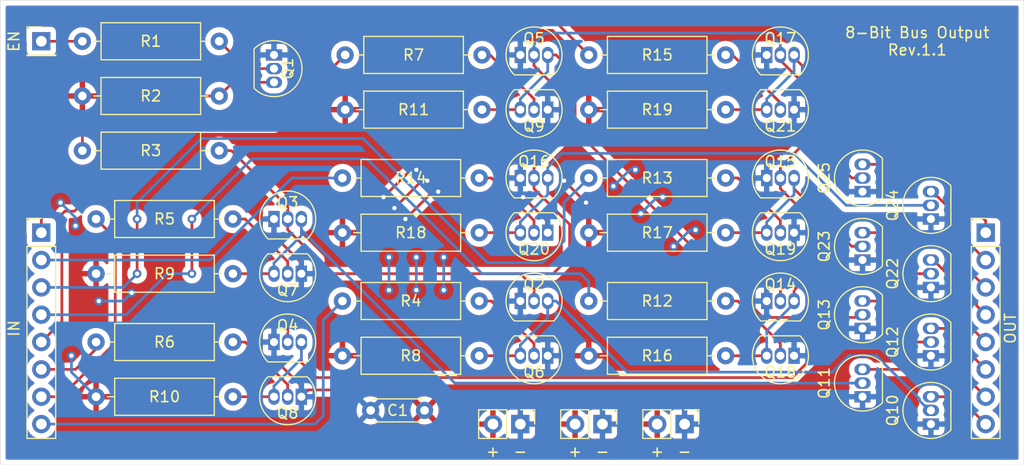
<source format=kicad_pcb>
(kicad_pcb (version 20221018) (generator pcbnew)
  (layers (0 "F.Cu" signal) (31 "B.Cu" signal) (34 "B.Paste" user) (35 "F.Paste" user) (36 "B.SilkS" user "B.Silkscreen") (37 "F.SilkS" user "F.Silkscreen") (38 "B.Mask" user) (39 "F.Mask" user) (44 "Edge.Cuts" user))
  (net 0 "")
  (net 1 "VCC")
  (net 2 "GND")
  (net 3 "Net-(J1-Pin_1)")
  (net 4 "Net-(J2-Pin_1)")
  (net 5 "Net-(J2-Pin_2)")
  (net 6 "Net-(J2-Pin_3)")
  (net 7 "Net-(J2-Pin_4)")
  (net 8 "Net-(J2-Pin_5)")
  (net 9 "Net-(J2-Pin_6)")
  (net 10 "Net-(J2-Pin_7)")
  (net 11 "Net-(J2-Pin_8)")
  (net 12 "Net-(J3-Pin_1)")
  (net 13 "Net-(J3-Pin_2)")
  (net 14 "Net-(J3-Pin_3)")
  (net 15 "Net-(J3-Pin_4)")
  (net 16 "Net-(J3-Pin_5)")
  (net 17 "Net-(J3-Pin_6)")
  (net 18 "Net-(J3-Pin_7)")
  (net 19 "Net-(J3-Pin_8)")
  (net 20 "Net-(Q1-B)")
  (net 21 "Net-(Q1-C)")
  (net 22 "Net-(Q14-B)")
  (net 23 "Net-(Q10-B)")
  (net 24 "Net-(Q11-B)")
  (net 25 "Net-(Q12-B)")
  (net 26 "Net-(Q13-B)")
  (net 27 "Net-(Q6-B)")
  (net 28 "Net-(Q7-B)")
  (net 29 "Net-(Q8-B)")
  (net 30 "Net-(Q9-B)")
  (net 31 "Net-(Q14-C)")
  (net 32 "Net-(Q15-C)")
  (net 33 "Net-(Q16-C)")
  (net 34 "Net-(Q17-C)")
  (net 35 "Net-(Q18-B)")
  (net 36 "Net-(Q19-B)")
  (net 37 "Net-(Q20-B)")
  (net 38 "Net-(Q21-B)")
  (footprint "Connector_PinHeader_2.54mm:PinHeader_1x01_P2.54mm_Vertical" (layer "F.Cu") (at 52.07 26.67)
    (fp_text reference "J1" hide)
    (fp_text value "EN")
  )
  (footprint "Connector_PinHeader_2.54mm:PinHeader_1x08_P2.54mm_Vertical" (layer "F.Cu") (at 52.07 44.45)
    (fp_text reference "J2" hide)
    (fp_text value "IN")
  )
  (footprint "Connector_PinHeader_2.54mm:PinHeader_1x02_P2.54mm_Vertical" (layer "F.Cu") (at 104.14 62.23 -90)
    (fp_text reference "J5" hide)
    (fp_text value "Power")
  )
  (footprint "Package_TO_SOT_THT:TO-92_Inline" (layer "F.Cu") (at 73.66 27.94 -90)
    (fp_text reference "Q1")
    (fp_text value "2N2222")
  )
  (footprint "Package_TO_SOT_THT:TO-92_Inline" (layer "F.Cu") (at 96.52 50.8)
    (fp_text reference "Q2")
    (fp_text value "2N2222")
  )
  (footprint "Package_TO_SOT_THT:TO-92_Inline" (layer "F.Cu") (at 73.66 43.18)
    (fp_text reference "Q3")
    (fp_text value "2N2222")
  )
  (footprint "Package_TO_SOT_THT:TO-92_Inline" (layer "F.Cu") (at 73.66 54.61)
    (fp_text reference "Q4")
    (fp_text value "2N2222")
  )
  (footprint "Package_TO_SOT_THT:TO-92_Inline" (layer "F.Cu") (at 96.52 27.94)
    (fp_text reference "Q5")
    (fp_text value "2N2222")
  )
  (footprint "Package_TO_SOT_THT:TO-92_Inline" (layer "F.Cu") (at 99.06 55.88 180)
    (fp_text reference "Q6")
    (fp_text value "2N2222")
  )
  (footprint "Package_TO_SOT_THT:TO-92_Inline" (layer "F.Cu") (at 76.2 48.26 180)
    (fp_text reference "Q7")
    (fp_text value "2N2222")
  )
  (footprint "Package_TO_SOT_THT:TO-92_Inline" (layer "F.Cu") (at 76.2 59.69 180)
    (fp_text reference "Q8")
    (fp_text value "2N2222")
  )
  (footprint "Package_TO_SOT_THT:TO-92_Inline" (layer "F.Cu") (at 99.06 33.02 180)
    (fp_text reference "Q9")
    (fp_text value "2N2222")
  )
  (footprint "Package_TO_SOT_THT:TO-92_Inline" (layer "F.Cu") (at 134.62 62.23 90)
    (fp_text reference "Q10")
    (fp_text value "2N2222")
  )
  (footprint "Package_TO_SOT_THT:TO-92_Inline" (layer "F.Cu") (at 128.27 59.69 90)
    (fp_text reference "Q11")
    (fp_text value "2N2222")
  )
  (footprint "Package_TO_SOT_THT:TO-92_Inline" (layer "F.Cu") (at 134.62 55.88 90)
    (fp_text reference "Q12")
    (fp_text value "2N2222")
  )
  (footprint "Package_TO_SOT_THT:TO-92_Inline" (layer "F.Cu") (at 128.27 53.34 90)
    (fp_text reference "Q13")
    (fp_text value "2N2222")
  )
  (footprint "Package_TO_SOT_THT:TO-92_Inline" (layer "F.Cu") (at 119.38 39.37)
    (fp_text reference "Q15")
    (fp_text value "2N2222")
  )
  (footprint "Package_TO_SOT_THT:TO-92_Inline" (layer "F.Cu") (at 96.52 39.37)
    (fp_text reference "Q16")
    (fp_text value "2N2222")
  )
  (footprint "Package_TO_SOT_THT:TO-92_Inline" (layer "F.Cu") (at 119.38 27.94)
    (fp_text reference "Q17")
    (fp_text value "2N2222")
  )
  (footprint "Package_TO_SOT_THT:TO-92_Inline" (layer "F.Cu") (at 121.92 44.45 180)
    (fp_text reference "Q19")
    (fp_text value "2N2222")
  )
  (footprint "Package_TO_SOT_THT:TO-92_Inline" (layer "F.Cu") (at 99.06 44.45 180)
    (fp_text reference "Q20")
    (fp_text value "2N2222")
  )
  (footprint "Package_TO_SOT_THT:TO-92_Inline" (layer "F.Cu") (at 121.92 33.02 180)
    (fp_text reference "Q21")
    (fp_text value "2N2222")
  )
  (footprint "Package_TO_SOT_THT:TO-92_Inline" (layer "F.Cu") (at 134.62 49.53 90)
    (fp_text reference "Q22")
    (fp_text value "2N2222")
  )
  (footprint "Package_TO_SOT_THT:TO-92_Inline" (layer "F.Cu") (at 128.27 46.99 90)
    (fp_text reference "Q23")
    (fp_text value "2N2222")
  )
  (footprint "Package_TO_SOT_THT:TO-92_Inline" (layer "F.Cu") (at 134.62 43.18 90)
    (fp_text reference "Q24")
    (fp_text value "2N2222")
  )
  (footprint "Package_TO_SOT_THT:TO-92_Inline" (layer "F.Cu") (at 128.27 40.64 90)
    (fp_text reference "Q25")
    (fp_text value "2N2222")
  )
  (footprint "Resistor_THT:R_Axial_DIN0309_L9.0mm_D3.2mm_P12.70mm_Horizontal" (layer "F.Cu") (at 68.58 26.67 180)
    (fp_text reference "R1")
    (fp_text value "10K")
  )
  (footprint "Resistor_THT:R_Axial_DIN0309_L9.0mm_D3.2mm_P12.70mm_Horizontal" (layer "F.Cu") (at 68.58 31.75 180)
    (fp_text reference "R2")
    (fp_text value "1K")
  )
  (footprint "Resistor_THT:R_Axial_DIN0309_L9.0mm_D3.2mm_P12.70mm_Horizontal" (layer "F.Cu") (at 68.58 36.83 180)
    (fp_text reference "R3")
    (fp_text value "100")
  )
  (footprint "Resistor_THT:R_Axial_DIN0309_L9.0mm_D3.2mm_P12.70mm_Horizontal" (layer "F.Cu") (at 92.71 50.8 180)
    (fp_text reference "R4")
    (fp_text value "10K")
  )
  (footprint "Resistor_THT:R_Axial_DIN0309_L9.0mm_D3.2mm_P12.70mm_Horizontal" (layer "F.Cu") (at 69.85 43.18 180)
    (fp_text reference "R5")
    (fp_text value "10K")
  )
  (footprint "Resistor_THT:R_Axial_DIN0309_L9.0mm_D3.2mm_P12.70mm_Horizontal" (layer "F.Cu") (at 69.85 54.61 180)
    (fp_text reference "R6")
    (fp_text value "10K")
  )
  (footprint "Resistor_THT:R_Axial_DIN0309_L9.0mm_D3.2mm_P12.70mm_Horizontal" (layer "F.Cu") (at 92.964 27.94 180)
    (fp_text reference "R7")
    (fp_text value "10K")
  )
  (footprint "Resistor_THT:R_Axial_DIN0309_L9.0mm_D3.2mm_P12.70mm_Horizontal" (layer "F.Cu") (at 92.71 55.88 180)
    (fp_text reference "R8")
    (fp_text value "1K")
  )
  (footprint "Resistor_THT:R_Axial_DIN0309_L9.0mm_D3.2mm_P12.70mm_Horizontal" (layer "F.Cu") (at 69.85 48.26 180)
    (fp_text reference "R9")
    (fp_text value "1K")
  )
  (footprint "Resistor_THT:R_Axial_DIN0309_L9.0mm_D3.2mm_P12.70mm_Horizontal" (layer "F.Cu") (at 69.85 59.69 180)
    (fp_text reference "R10")
    (fp_text value "1K")
  )
  (footprint "Resistor_THT:R_Axial_DIN0309_L9.0mm_D3.2mm_P12.70mm_Horizontal" (layer "F.Cu") (at 115.57 39.37 180)
    (fp_text reference "R13")
    (fp_text value "10K")
  )
  (footprint "Resistor_THT:R_Axial_DIN0309_L9.0mm_D3.2mm_P12.70mm_Horizontal" (layer "F.Cu") (at 92.71 39.37 180)
    (fp_text reference "R14")
    (fp_text value "10K")
  )
  (footprint "Resistor_THT:R_Axial_DIN0309_L9.0mm_D3.2mm_P12.70mm_Horizontal" (layer "F.Cu") (at 115.57 27.94 180)
    (fp_text reference "R15")
    (fp_text value "10K")
  )
  (footprint "Resistor_THT:R_Axial_DIN0309_L9.0mm_D3.2mm_P12.70mm_Horizontal" (layer "F.Cu") (at 115.57 44.45 180)
    (fp_text reference "R17")
    (fp_text value "1K")
  )
  (footprint "Resistor_THT:R_Axial_DIN0309_L9.0mm_D3.2mm_P12.70mm_Horizontal" (layer "F.Cu") (at 92.71 44.45 180)
    (fp_text reference "R18")
    (fp_text value "1K")
  )
  (footprint "Resistor_THT:R_Axial_DIN0309_L9.0mm_D3.2mm_P12.70mm_Horizontal" (layer "F.Cu") (at 115.57 33.02 180)
    (fp_text reference "R19")
    (fp_text value "1K")
  )
  (footprint "Resistor_THT:R_Axial_DIN0309_L9.0mm_D3.2mm_P12.70mm_Horizontal" (layer "F.Cu") (at 92.964 33.02 180)
    (fp_text reference "R11")
    (fp_text value "1K")
  )
  (footprint "Resistor_THT:R_Axial_DIN0309_L9.0mm_D3.2mm_P12.70mm_Horizontal" (layer "F.Cu") (at 115.57 50.8 180)
    (fp_text reference "R12")
    (fp_text value "10K")
  )
  (footprint "Resistor_THT:R_Axial_DIN0309_L9.0mm_D3.2mm_P12.70mm_Horizontal" (layer "F.Cu") (at 115.57 55.88 180)
    (fp_text reference "R16")
    (fp_text value "1K")
  )
  (footprint "Package_TO_SOT_THT:TO-92_Inline" (layer "F.Cu") (at 121.92 55.88 180)
    (fp_text reference "Q18")
    (fp_text value "2N2222")
  )
  (footprint "Package_TO_SOT_THT:TO-92_Inline" (layer "F.Cu") (at 119.38 50.8)
    (fp_text reference "Q14")
    (fp_text value "2N2222")
  )
  (footprint "Capacitor_THT:C_Disc_D4.3mm_W1.9mm_P5.00mm" (layer "F.Cu") (at 87.63 60.96 180)
    (fp_text reference "C1")
    (fp_text value "0.1uF")
  )
  (footprint "Connector_PinHeader_2.54mm:PinHeader_1x02_P2.54mm_Vertical" (layer "F.Cu") (at 96.52 62.23 -90)
    (fp_text reference "J4" hide)
    (fp_text value "Power")
  )
  (footprint "Connector_PinHeader_2.54mm:PinHeader_1x02_P2.54mm_Vertical" (layer "F.Cu") (at 111.76 62.23 -90)
    (fp_text reference "J6" hide)
    (fp_text value "Power")
  )
  (footprint "Connector_PinHeader_2.54mm:PinHeader_1x08_P2.54mm_Vertical" (layer "F.Cu") (at 139.7 44.45)
    (fp_text reference "J3" hide)
    (fp_text value "OUT")
  )
  (gr_line (start 143.256 22.86) (end 48.26 22.86) (stroke (width 0.05)) (layer "Edge.Cuts"))
  (gr_line (start 48.26 66.04) (end 143.256 66.04) (stroke (width 0.05)) (layer "Edge.Cuts"))
  (gr_line (start 143.256 66.04) (end 143.256 22.86) (stroke (width 0.05)) (layer "Edge.Cuts"))
  (gr_line (start 48.26 66.04) (end 48.26 22.86) (stroke (width 0.05)) (layer "Edge.Cuts"))
  (gr_text "+" (at 101.6 64.77) (layer "F.SilkS") (effects (font (size 1 1))))
  (gr_text "+" (at 109.22 64.77) (layer "F.SilkS") (effects (font (size 1 1))))
  (gr_text "-" (at 96.52 64.77) (layer "F.SilkS") (effects (font (size 1 1))))
  (gr_text "-" (at 104.14 64.77) (layer "F.SilkS") (effects (font (size 1 1))))
  (gr_text "-" (at 111.76 64.77) (layer "F.SilkS") (effects (font (size 1 1))))
  (gr_text "+" (at 93.98 64.77) (layer "F.SilkS") (effects (font (size 1 1))))
  (gr_text "8-Bit Bus Output\nRev.1.1" (at 133.35 26.67) (layer "F.SilkS") (effects (font (size 1 1))))
  (via (at 105.156 40.132) (size 0.8) (drill 0.4) (layers "F.Cu" "B.Cu") (net 1))
  (via (at 60.452 50.038) (size 0.8) (drill 0.4) (layers "F.Cu" "B.Cu") (net 1))
  (via (at 86.868 49.784) (size 0.8) (drill 0.4) (layers "F.Cu" "B.Cu") (net 1))
  (via (at 89.408 49.784) (size 0.8) (drill 0.4) (layers "F.Cu" "B.Cu") (net 1))
  (via (at 109.728 41.148) (size 0.8) (drill 0.4) (layers "F.Cu" "B.Cu") (net 1))
  (via (at 110.744 45.72) (size 0.8) (drill 0.4) (layers "F.Cu" "B.Cu") (net 1))
  (via (at 53.848 41.656) (size 0.8) (drill 0.4) (layers "F.Cu" "B.Cu") (net 1))
  (via (at 84.328 46.736) (size 0.8) (drill 0.4) (layers "F.Cu" "B.Cu") (net 1))
  (via (at 55.245 43.815) (size 0.8) (drill 0.4) (layers "F.Cu" "B.Cu") (net 1))
  (via (at 84.328 49.784) (size 0.8) (drill 0.4) (layers "F.Cu" "B.Cu") (net 1))
  (via (at 112.776 44.196) (size 0.8) (drill 0.4) (layers "F.Cu" "B.Cu") (net 1))
  (via (at 89.408 46.736) (size 0.8) (drill 0.4) (layers "F.Cu" "B.Cu") (net 1))
  (via (at 86.868 46.736) (size 0.8) (drill 0.4) (layers "F.Cu" "B.Cu") (net 1))
  (via (at 57.404 50.8) (size 0.8) (drill 0.4) (layers "F.Cu" "B.Cu") (net 1))
  (via (at 107.696 42.672) (size 0.8) (drill 0.4) (layers "F.Cu" "B.Cu") (net 1))
  (via (at 107.188 38.608) (size 0.8) (drill 0.4) (layers "F.Cu" "B.Cu") (net 1))
  (via (at 54.864 55.88) (size 0.8) (drill 0.4) (layers "F.Cu" "B.Cu") (net 1))
  (segment (start 84.328 49.784) (end 84.328 46.736) (width 0.25) (layer "B.Cu") (net 1))
  (segment (start 53.848 41.656) (end 55.245 43.053) (width 0.25) (layer "B.Cu") (net 1))
  (segment (start 60.452 50.038) (end 59.69 50.8) (width 0.25) (layer "B.Cu") (net 1))
  (segment (start 105.156 40.132) (end 106.68 38.608) (width 0.25) (layer "B.Cu") (net 1))
  (segment (start 112.268 44.196) (end 112.776 44.196) (width 0.25) (layer "B.Cu") (net 1))
  (segment (start 89.408 49.784) (end 89.408 46.736) (width 0.25) (layer "B.Cu") (net 1))
  (segment (start 109.22 41.148) (end 109.728 41.148) (width 0.25) (layer "B.Cu") (net 1))
  (segment (start 59.69 50.8) (end 57.404 50.8) (width 0.25) (layer "B.Cu") (net 1))
  (segment (start 110.744 45.72) (end 112.268 44.196) (width 0.25) (layer "B.Cu") (net 1))
  (segment (start 86.868 46.736) (end 86.868 49.784) (width 0.25) (layer "B.Cu") (net 1))
  (segment (start 57.15 59.69) (end 54.864 57.404) (width 0.25) (layer "B.Cu") (net 1))
  (segment (start 106.68 38.608) (end 107.188 38.608) (width 0.25) (layer "B.Cu") (net 1))
  (segment (start 55.245 43.053) (end 55.245 43.815) (width 0.25) (layer "B.Cu") (net 1))
  (segment (start 54.864 57.404) (end 54.864 55.88) (width 0.25) (layer "B.Cu") (net 1))
  (segment (start 107.696 42.672) (end 109.22 41.148) (width 0.25) (layer "B.Cu") (net 1))
  (segment (start 73.66 44.72) (end 73.66 44.18) (width 0.25) (layer "F.Cu") (net 2))
  (segment (start 73.66 44.18) (end 73.66 43.18) (width 0.25) (layer "F.Cu") (net 2))
  (segment (start 88.392 40.64) (end 88.9 40.64) (width 0.25) (layer "F.Cu") (net 2))
  (segment (start 99.06 43.434) (end 99.06 44.45) (width 0.25) (layer "F.Cu") (net 2))
  (segment (start 73.66 56.15) (end 73.66 55.61) (width 0.25) (layer "F.Cu") (net 2))
  (segment (start 73.66 52.07) (end 76.2 49.53) (width 0.25) (layer "F.Cu") (net 2))
  (segment (start 73.66 54.61) (end 73.66 52.07) (width 0.25) (layer "F.Cu") (net 2))
  (segment (start 83.82 41.148) (end 86.36 38.608) (width 0.25) (layer "F.Cu") (net 2))
  (segment (start 76.835 59.055) (end 80.725 59.055) (width 0.25) (layer "F.Cu") (net 2))
  (segment (start 84.836 42.164) (end 87.376 39.624) (width 0.25) (layer "F.Cu") (net 2))
  (segment (start 76.2 59.69) (end 76.835 59.055) (width 0.25) (layer "F.Cu") (net 2))
  (segment (start 100.584 39.624) (end 102.616 41.656) (width 0.25) (layer "F.Cu") (net 2))
  (segment (start 96.774 41.148) (end 99.06 43.434) (width 0.25) (layer "F.Cu") (net 2))
  (segment (start 86.36 38.608) (end 86.868 38.608) (width 0.25) (layer "F.Cu") (net 2))
  (segment (start 73.66 55.61) (end 73.66 54.61) (width 0.25) (layer "F.Cu") (net 2))
  (segment (start 80.725 59.055) (end 82.63 60.96) (width 0.25) (layer "F.Cu") (net 2))
  (segment (start 76.2 58.69) (end 73.66 56.15) (width 0.25) (layer "F.Cu") (net 2))
  (segment (start 76.2 47.26) (end 73.66 44.72) (width 0.25) (layer "F.Cu") (net 2))
  (segment (start 76.2 48.26) (end 76.2 47.26) (width 0.25) (layer "F.Cu") (net 2))
  (segment (start 87.376 39.624) (end 87.884 39.624) (width 0.25) (layer "F.Cu") (net 2))
  (segment (start 85.852 43.18) (end 88.392 40.64) (width 0.25) (layer "F.Cu") (net 2))
  (segment (start 76.2 59.69) (end 76.2 58.69) (width 0.25) (layer "F.Cu") (net 2))
  (segment (start 76.2 49.53) (end 76.2 48.26) (width 0.25) (layer "F.Cu") (net 2))
  (via (at 84.836 42.164) (size 0.8) (drill 0.4) (layers "F.Cu" "B.Cu") (net 2))
  (via (at 87.884 39.624) (size 0.8) (drill 0.4) (layers "F.Cu" "B.Cu") (net 2))
  (via (at 83.82 41.148) (size 0.8) (drill 0.4) (layers "F.Cu" "B.Cu") (net 2))
  (via (at 100.584 39.624) (size 0.8) (drill 0.4) (layers "F.Cu" "B.Cu") (net 2))
  (via (at 86.868 38.608) (size 0.8) (drill 0.4) (layers "F.Cu" "B.Cu") (net 2))
  (via (at 96.774 41.148) (size 0.8) (drill 0.4) (layers "F.Cu" "B.Cu") (net 2))
  (via (at 85.852 43.18) (size 0.8) (drill 0.4) (layers "F.Cu" "B.Cu") (net 2))
  (via (at 102.616 41.656) (size 0.8) (drill 0.4) (layers "F.Cu" "B.Cu") (net 2))
  (via (at 88.9 40.64) (size 0.8) (drill 0.4) (layers "F.Cu" "B.Cu") (net 2))
  (segment (start 53.17 26.67) (end 55.88 26.67) (width 0.25) (layer "F.Cu") (net 3))
  (segment (start 52.07 26.67) (end 53.17 26.67) (width 0.25) (layer "F.Cu") (net 3))
  (segment (start 59.055 31.115) (end 52.07 38.1) (width 0.25) (layer "F.Cu") (net 4))
  (segment (start 102.87 27.94) (end 99.822 24.892) (width 0.25) (layer "F.Cu") (net 4))
  (segment (start 61.595 31.115) (end 59.055 31.115) (width 0.25) (layer "F.Cu") (net 4))
  (segment (start 67.818 24.892) (end 61.595 31.115) (width 0.25) (layer "F.Cu") (net 4))
  (segment (start 99.822 24.892) (end 67.818 24.892) (width 0.25) (layer "F.Cu") (net 4))
  (segment (start 52.07 38.1) (end 52.07 43.35) (width 0.25) (layer "F.Cu") (net 4))
  (segment (start 52.07 43.35) (end 52.07 44.45) (width 0.25) (layer "F.Cu") (net 4))
  (segment (start 52.07 46.99) (end 67.705002 46.99) (width 0.25) (layer "B.Cu") (net 5))
  (segment (start 67.705002 46.99) (end 75.325002 39.37) (width 0.25) (layer "B.Cu") (net 5))
  (segment (start 75.325002 39.37) (end 78.87863 39.37) (width 0.25) (layer "B.Cu") (net 5))
  (segment (start 78.87863 39.37) (end 80.01 39.37) (width 0.25) (layer "B.Cu") (net 5))
  (segment (start 60.96 48.26) (end 60.96 43.18) (width 0.25) (layer "F.Cu") (net 6))
  (via (at 60.96 43.18) (size 0.8) (drill 0.4) (layers "F.Cu" "B.Cu") (net 6))
  (via (at 60.96 48.26) (size 0.8) (drill 0.4) (layers "F.Cu" "B.Cu") (net 6))
  (segment (start 81.932999 35.704999) (end 93.472 47.244) (width 0.25) (layer "B.Cu") (net 6))
  (segment (start 100.584 45.212) (end 100.584 41.656) (width 0.25) (layer "B.Cu") (net 6))
  (segment (start 60.96 43.18) (end 60.96 41.656) (width 0.25) (layer "B.Cu") (net 6))
  (segment (start 52.07 49.53) (end 59.69 49.53) (width 0.25) (layer "B.Cu") (net 6))
  (segment (start 98.552 47.244) (end 100.584 45.212) (width 0.25) (layer "B.Cu") (net 6))
  (segment (start 100.584 41.656) (end 102.87 39.37) (width 0.25) (layer "B.Cu") (net 6))
  (segment (start 66.911001 35.704999) (end 81.932999 35.704999) (width 0.25) (layer "B.Cu") (net 6))
  (segment (start 93.472 47.244) (end 98.552 47.244) (width 0.25) (layer "B.Cu") (net 6))
  (segment (start 59.69 49.53) (end 60.96 48.26) (width 0.25) (layer "B.Cu") (net 6))
  (segment (start 60.96 41.656) (end 66.911001 35.704999) (width 0.25) (layer "B.Cu") (net 6))
  (segment (start 66.04 48.26) (end 66.04 43.18) (width 0.25) (layer "F.Cu") (net 7))
  (via (at 66.04 48.26) (size 0.8) (drill 0.4) (layers "F.Cu" "B.Cu") (net 7))
  (via (at 66.04 43.18) (size 0.8) (drill 0.4) (layers "F.Cu" "B.Cu") (net 7))
  (segment (start 71.628 37.592) (end 82.296 37.592) (width 0.25) (layer "B.Cu") (net 7))
  (segment (start 102.87 49.022) (end 102.87 50.8) (width 0.25) (layer "B.Cu") (net 7))
  (segment (start 82.296 37.592) (end 92.964 48.26) (width 0.25) (layer "B.Cu") (net 7))
  (segment (start 52.07 52.07) (end 59.944 52.07) (width 0.25) (layer "B.Cu") (net 7))
  (segment (start 102.108 48.26) (end 102.87 49.022) (width 0.25) (layer "B.Cu") (net 7))
  (segment (start 92.964 48.26) (end 102.108 48.26) (width 0.25) (layer "B.Cu") (net 7))
  (segment (start 63.754 48.26) (end 66.04 48.26) (width 0.25) (layer "B.Cu") (net 7))
  (segment (start 59.944 52.07) (end 63.754 48.26) (width 0.25) (layer "B.Cu") (net 7))
  (segment (start 66.04 43.18) (end 71.628 37.592) (width 0.25) (layer "B.Cu") (net 7))
  (segment (start 54.261999 42.454999) (end 53.975 42.741998) (width 0.25) (layer "F.Cu") (net 8))
  (segment (start 73.66 34.544) (end 63.048499 34.544) (width 0.25) (layer "F.Cu") (net 8))
  (segment (start 55.1375 42.454999) (end 54.261999 42.454999) (width 0.25) (layer "F.Cu") (net 8))
  (segment (start 53.975 52.705) (end 52.919999 53.760001) (width 0.25) (layer "F.Cu") (net 8))
  (segment (start 80.264 27.94) (end 73.66 34.544) (width 0.25) (layer "F.Cu") (net 8))
  (segment (start 53.975 42.741998) (end 53.975 52.705) (width 0.25) (layer "F.Cu") (net 8))
  (segment (start 52.919999 53.760001) (end 52.07 54.61) (width 0.25) (layer "F.Cu") (net 8))
  (segment (start 63.048499 34.544) (end 55.1375 42.454999) (width 0.25) (layer "F.Cu") (net 8))
  (segment (start 55.245 57.15) (end 57.15 55.245) (width 0.25) (layer "F.Cu") (net 9))
  (segment (start 57.15 55.245) (end 57.15 54.61) (width 0.25) (layer "F.Cu") (net 9))
  (segment (start 52.07 57.15) (end 55.245 57.15) (width 0.25) (layer "F.Cu") (net 9))
  (segment (start 52.07 59.69) (end 53.918501 59.69) (width 0.25) (layer "F.Cu") (net 10))
  (segment (start 58.928 44.958) (end 57.949999 43.979999) (width 0.25) (layer "F.Cu") (net 10))
  (segment (start 53.918501 59.69) (end 58.928 54.680501) (width 0.25) (layer "F.Cu") (net 10))
  (segment (start 57.949999 43.979999) (end 57.15 43.18) (width 0.25) (layer "F.Cu") (net 10))
  (segment (start 58.928 54.680501) (end 58.928 44.958) (width 0.25) (layer "F.Cu") (net 10))
  (segment (start 77.47 62.23) (end 78.232 61.468) (width 0.25) (layer "B.Cu") (net 11))
  (segment (start 52.07 62.23) (end 77.47 62.23) (width 0.25) (layer "B.Cu") (net 11))
  (segment (start 78.232 61.468) (end 78.232 52.578) (width 0.25) (layer "B.Cu") (net 11))
  (segment (start 78.232 52.578) (end 79.210001 51.599999) (width 0.25) (layer "B.Cu") (net 11))
  (segment (start 79.210001 51.599999) (end 80.01 50.8) (width 0.25) (layer "B.Cu") (net 11))
  (segment (start 139.7 44.45) (end 139.7 43.35) (width 0.25) (layer "F.Cu") (net 12))
  (segment (start 139.7 43.35) (end 134.45 38.1) (width 0.25) (layer "F.Cu") (net 12))
  (segment (start 129.27 38.1) (end 128.27 38.1) (width 0.25) (layer "F.Cu") (net 12))
  (segment (start 134.45 38.1) (end 129.27 38.1) (width 0.25) (layer "F.Cu") (net 12))
  (segment (start 135.197085 41.05999) (end 135.03999 41.05999) (width 0.25) (layer "F.Cu") (net 13))
  (segment (start 139.7 46.99) (end 136.652 43.942) (width 0.25) (layer "F.Cu") (net 13))
  (segment (start 135.03999 41.05999) (end 134.62 40.64) (width 0.25) (layer "F.Cu") (net 13))
  (segment (start 136.652 43.942) (end 136.652 42.514905) (width 0.25) (layer "F.Cu") (net 13))
  (segment (start 136.652 42.514905) (end 135.197085 41.05999) (width 0.25) (layer "F.Cu") (net 13))
  (segment (start 139.7 49.53) (end 134.62 44.45) (width 0.25) (layer "F.Cu") (net 14))
  (segment (start 134.62 44.45) (end 128.27 44.45) (width 0.25) (layer "F.Cu") (net 14))
  (segment (start 134.845 46.99) (end 134.62 46.99) (width 0.25) (layer "F.Cu") (net 15))
  (segment (start 138.850001 51.220001) (end 138.850001 50.995001) (width 0.25) (layer "F.Cu") (net 15))
  (segment (start 138.850001 50.995001) (end 134.845 46.99) (width 0.25) (layer "F.Cu") (net 15))
  (segment (start 139.7 52.07) (end 138.850001 51.220001) (width 0.25) (layer "F.Cu") (net 15))
  (segment (start 139.7 54.61) (end 135.89 50.8) (width 0.25) (layer "F.Cu") (net 16))
  (segment (start 135.89 50.8) (end 128.27 50.8) (width 0.25) (layer "F.Cu") (net 16))
  (segment (start 135.89 53.34) (end 134.62 53.34) (width 0.25) (layer "F.Cu") (net 17))
  (segment (start 139.7 57.15) (end 135.89 53.34) (width 0.25) (layer "F.Cu") (net 17))
  (segment (start 137.16 57.15) (end 128.27 57.15) (width 0.25) (layer "F.Cu") (net 18))
  (segment (start 139.7 59.69) (end 137.16 57.15) (width 0.25) (layer "F.Cu") (net 18))
  (segment (start 139.7 62.23) (end 137.16 59.69) (width 0.25) (layer "F.Cu") (net 19))
  (segment (start 137.16 59.69) (end 134.62 59.69) (width 0.25) (layer "F.Cu") (net 19))
  (segment (start 71.12 29.21) (end 73.66 29.21) (width 0.25) (layer "F.Cu") (net 20))
  (segment (start 68.58 26.67) (end 71.12 29.21) (width 0.25) (layer "F.Cu") (net 20))
  (segment (start 55.88 35.2425) (end 55.88 36.83) (width 0.25) (layer "F.Cu") (net 21))
  (segment (start 59.3725 31.75) (end 55.88 35.2425) (width 0.25) (layer "F.Cu") (net 21))
  (segment (start 69.85 30.48) (end 68.58 31.75) (width 0.25) (layer "F.Cu") (net 21))
  (segment (start 73.66 30.48) (end 69.85 30.48) (width 0.25) (layer "F.Cu") (net 21))
  (segment (start 68.58 31.75) (end 59.3725 31.75) (width 0.25) (layer "F.Cu") (net 21))
  (segment (start 96.012 48.26) (end 99.568 48.26) (width 0.25) (layer "F.Cu") (net 22))
  (segment (start 77.724 49.444001) (end 77.724 48.26) (width 0.25) (layer "F.Cu") (net 22))
  (segment (start 123.444 35.576) (end 120.65 38.37) (width 0.25) (layer "F.Cu") (net 22))
  (segment (start 77.724 48.26) (end 77.724 46.974) (width 0.25) (layer "F.Cu") (net 22))
  (segment (start 97.79 38.37) (end 100.584 35.576) (width 0.25) (layer "F.Cu") (net 22))
  (segment (start 69.71137 36.83) (end 74.93 42.04863) (width 0.25) (layer "F.Cu") (net 22))
  (segment (start 100.584 31.734) (end 97.79 28.94) (width 0.25) (layer "F.Cu") (net 22))
  (segment (start 96.012 48.26) (end 96.52 48.26) (width 0.25) (layer "F.Cu") (net 22))
  (segment (start 99.568 48.26) (end 101.092 46.736) (width 0.25) (layer "F.Cu") (net 22))
  (segment (start 100.584 35.576) (end 100.584 31.734) (width 0.25) (layer "F.Cu") (net 22))
  (segment (start 123.19 47.26) (end 120.65 49.8) (width 0.25) (layer "F.Cu") (net 22))
  (segment (start 120.65 39.37) (end 120.65 40.37) (width 0.25) (layer "F.Cu") (net 22))
  (segment (start 123.19 42.91) (end 123.19 47.26) (width 0.25) (layer "F.Cu") (net 22))
  (segment (start 120.65 49.8) (end 120.65 50.8) (width 0.25) (layer "F.Cu") (net 22))
  (segment (start 77.724 46.974) (end 74.93 44.18) (width 0.25) (layer "F.Cu") (net 22))
  (segment (start 96.52 48.26) (end 97.79 49.53) (width 0.25) (layer "F.Cu") (net 22))
  (segment (start 101.092 43.672) (end 97.79 40.37) (width 0.25) (layer "F.Cu") (net 22))
  (segment (start 97.79 39.37) (end 97.79 38.37) (width 0.25) (layer "F.Cu") (net 22))
  (segment (start 77.724 48.26) (end 96.012 48.26) (width 0.25) (layer "F.Cu") (net 22))
  (segment (start 97.79 28.94) (end 97.79 27.94) (width 0.25) (layer "F.Cu") (net 22))
  (segment (start 97.79 49.53) (end 97.79 50.8) (width 0.25) (layer "F.Cu") (net 22))
  (segment (start 74.93 42.04863) (end 74.93 42.18) (width 0.25) (layer "F.Cu") (net 22))
  (segment (start 101.092 46.736) (end 101.092 43.672) (width 0.25) (layer "F.Cu") (net 22))
  (segment (start 120.65 40.37) (end 123.19 42.91) (width 0.25) (layer "F.Cu") (net 22))
  (segment (start 120.65 38.37) (end 120.65 39.37) (width 0.25) (layer "F.Cu") (net 22))
  (segment (start 120.65 27.94) (end 120.65 28.44) (width 0.25) (layer "F.Cu") (net 22))
  (segment (start 74.93 54.61) (end 74.93 52.238001) (width 0.25) (layer "F.Cu") (net 22))
  (segment (start 74.93 52.238001) (end 77.724 49.444001) (width 0.25) (layer "F.Cu") (net 22))
  (segment (start 97.79 40.37) (end 97.79 39.37) (width 0.25) (layer "F.Cu") (net 22))
  (segment (start 68.58 36.83) (end 69.71137 36.83) (width 0.25) (layer "F.Cu") (net 22))
  (segment (start 74.93 42.18) (end 74.93 43.18) (width 0.25) (layer "F.Cu") (net 22))
  (segment (start 74.93 44.18) (end 74.93 43.18) (width 0.25) (layer "F.Cu") (net 22))
  (segment (start 123.444 31.234) (end 123.444 35.576) (width 0.25) (layer "F.Cu") (net 22))
  (segment (start 120.65 28.44) (end 123.444 31.234) (width 0.25) (layer "F.Cu") (net 22))
  (segment (start 97.79 26.94) (end 97.79 27.94) (width 0.25) (layer "B.Cu") (net 22))
  (segment (start 98.822 25.908) (end 97.79 26.94) (width 0.25) (layer "B.Cu") (net 22))
  (segment (start 119.618 25.908) (end 98.822 25.908) (width 0.25) (layer "B.Cu") (net 22))
  (segment (start 120.65 27.94) (end 120.65 26.94) (width 0.25) (layer "B.Cu") (net 22))
  (segment (start 120.65 26.94) (end 119.618 25.908) (width 0.25) (layer "B.Cu") (net 22))
  (segment (start 92.71 55.88) (end 96.52 55.88) (width 0.25) (layer "F.Cu") (net 23))
  (segment (start 99.06 52.34) (end 99.06 51.8) (width 0.25) (layer "B.Cu") (net 23))
  (segment (start 133.54499 60.042085) (end 133.54499 59.87699) (width 0.25) (layer "B.Cu") (net 23))
  (segment (start 129.548 55.88) (end 127 55.88) (width 0.25) (layer "B.Cu") (net 23))
  (segment (start 133.54499 59.87699) (end 129.548 55.88) (width 0.25) (layer "B.Cu") (net 23))
  (segment (start 134.62 60.96) (end 134.62 60.952) (width 0.25) (layer "B.Cu") (net 23))
  (segment (start 134.20801 60.54001) (end 134.042915 60.54001) (width 0.25) (layer "B.Cu") (net 23))
  (segment (start 96.52 54.88) (end 99.06 52.34) (width 0.25) (layer "B.Cu") (net 23))
  (segment (start 106.439 57.404) (end 99.835 50.8) (width 0.25) (layer "B.Cu") (net 23))
  (segment (start 134.042915 60.54001) (end 133.54499 60.042085) (width 0.25) (layer "B.Cu") (net 23))
  (segment (start 99.835 50.8) (end 99.06 50.8) (width 0.25) (layer "B.Cu") (net 23))
  (segment (start 96.52 55.88) (end 96.52 54.88) (width 0.25) (layer "B.Cu") (net 23))
  (segment (start 134.62 60.952) (end 134.20801 60.54001) (width 0.25) (layer "B.Cu") (net 23))
  (segment (start 99.06 51.8) (end 99.06 50.8) (width 0.25) (layer "B.Cu") (net 23))
  (segment (start 127 55.88) (end 125.476 57.404) (width 0.25) (layer "B.Cu") (net 23))
  (segment (start 125.476 57.404) (end 106.439 57.404) (width 0.25) (layer "B.Cu") (net 23))
  (segment (start 69.85 48.26) (end 73.66 48.26) (width 0.25) (layer "F.Cu") (net 24))
  (segment (start 127.27 58.42) (end 128.27 58.42) (width 0.25) (layer "B.Cu") (net 24))
  (segment (start 73.66 47.26) (end 76.2 44.72) (width 0.25) (layer "B.Cu") (net 24))
  (segment (start 76.2 43.18) (end 76.2 44.18) (width 0.25) (layer "B.Cu") (net 24))
  (segment (start 73.66 48.26) (end 73.66 47.26) (width 0.25) (layer "B.Cu") (net 24))
  (segment (start 76.2 44.18) (end 90.44 58.42) (width 0.25) (layer "B.Cu") (net 24))
  (segment (start 90.44 58.42) (end 127.27 58.42) (width 0.25) (layer "B.Cu") (net 24))
  (segment (start 76.2 44.72) (end 76.2 44.18) (width 0.25) (layer "B.Cu") (net 24))
  (segment (start 77.597 57.912) (end 76.2 56.515) (width 0.25) (layer "F.Cu") (net 25))
  (segment (start 125.050002 54.61) (end 121.748002 57.912) (width 0.25) (layer "F.Cu") (net 25))
  (segment (start 76.2 56.515) (end 76.2 54.61) (width 0.25) (layer "F.Cu") (net 25))
  (segment (start 69.85 59.69) (end 70.98137 59.69) (width 0.25) (layer "F.Cu") (net 25))
  (segment (start 134.62 54.61) (end 125.050002 54.61) (width 0.25) (layer "F.Cu") (net 25))
  (segment (start 121.748002 57.912) (end 77.597 57.912) (width 0.25) (layer "F.Cu") (net 25))
  (segment (start 70.98137 59.69) (end 73.66 59.69) (width 0.25) (layer "F.Cu") (net 25))
  (segment (start 73.66 58.69) (end 76.2 56.15) (width 0.25) (layer "B.Cu") (net 25))
  (segment (start 76.2 56.15) (end 76.2 55.61) (width 0.25) (layer "B.Cu") (net 25))
  (segment (start 76.2 55.61) (end 76.2 54.61) (width 0.25) (layer "B.Cu") (net 25))
  (segment (start 73.66 59.69) (end 73.66 58.69) (width 0.25) (layer "B.Cu") (net 25))
  (segment (start 99.835 27.94) (end 99.06 27.94) (width 0.25) (layer "F.Cu") (net 26))
  (segment (start 101.6 34.880002) (end 101.6 29.705) (width 0.25) (layer "F.Cu") (net 26))
  (segment (start 128.27 52.07) (end 128.016 52.324) (width 0.25) (layer "F.Cu") (net 26))
  (segment (start 92.964 33.02) (end 96.52 33.02) (width 0.25) (layer "F.Cu") (net 26))
  (segment (start 128.016 52.324) (end 119.043998 52.324) (width 0.25) (layer "F.Cu") (net 26))
  (segment (start 101.6 29.705) (end 99.835 27.94) (width 0.25) (layer "F.Cu") (net 26))
  (segment (start 119.043998 52.324) (end 101.6 34.880002) (width 0.25) (layer "F.Cu") (net 26))
  (segment (start 99.06 28.94) (end 99.06 27.94) (width 0.25) (layer "B.Cu") (net 26))
  (segment (start 96.52 33.02) (end 96.52 32.02) (width 0.25) (layer "B.Cu") (net 26))
  (segment (start 99.06 29.48) (end 99.06 28.94) (width 0.25) (layer "B.Cu") (net 26))
  (segment (start 96.52 32.02) (end 99.06 29.48) (width 0.25) (layer "B.Cu") (net 26))
  (segment (start 97.79 55.88) (end 97.79 54.74863) (width 0.25) (layer "F.Cu") (net 27))
  (segment (start 97.79 54.74863) (end 93.84137 50.8) (width 0.25) (layer "F.Cu") (net 27))
  (segment (start 93.84137 50.8) (end 92.71 50.8) (width 0.25) (layer "F.Cu") (net 27))
  (segment (start 70.98137 43.18) (end 69.85 43.18) (width 0.25) (layer "F.Cu") (net 28))
  (segment (start 74.93 47.12863) (end 70.98137 43.18) (width 0.25) (layer "F.Cu") (net 28))
  (segment (start 74.93 48.26) (end 74.93 47.12863) (width 0.25) (layer "F.Cu") (net 28))
  (segment (start 70.98137 54.61) (end 69.85 54.61) (width 0.25) (layer "F.Cu") (net 29))
  (segment (start 74.93 59.69) (end 74.93 58.55863) (width 0.25) (layer "F.Cu") (net 29))
  (segment (start 74.93 58.55863) (end 70.98137 54.61) (width 0.25) (layer "F.Cu") (net 29))
  (segment (start 97.79 33.02) (end 97.79 32.02) (width 0.25) (layer "F.Cu") (net 30))
  (segment (start 97.79 32.02) (end 93.71 27.94) (width 0.25) (layer "F.Cu") (net 30))
  (segment (start 93.71 27.94) (end 92.964 27.94) (width 0.25) (layer "F.Cu") (net 30))
  (segment (start 121.92 49.8) (end 123.46 48.26) (width 0.25) (layer "F.Cu") (net 31))
  (segment (start 121.92 50.8) (end 121.92 49.8) (width 0.25) (layer "F.Cu") (net 31))
  (segment (start 123.46 48.26) (end 133.62 48.26) (width 0.25) (layer "F.Cu") (net 31))
  (segment (start 115.57 55.88) (end 119.38 55.88) (width 0.25) (layer "F.Cu") (net 31))
  (segment (start 133.62 48.26) (end 134.62 48.26) (width 0.25) (layer "F.Cu") (net 31))
  (segment (start 119.38 55.88) (end 119.38 53.565) (width 0.25) (layer "B.Cu") (net 31))
  (segment (start 121.92 51.025) (end 121.92 50.8) (width 0.25) (layer "B.Cu") (net 31))
  (segment (start 119.38 53.565) (end 121.92 51.025) (width 0.25) (layer "B.Cu") (net 31))
  (segment (start 127.27 45.72) (end 128.27 45.72) (width 0.25) (layer "F.Cu") (net 32))
  (segment (start 119.38 44.45) (end 118.605 44.45) (width 0.25) (layer "F.Cu") (net 32))
  (segment (start 118.605 44.45) (end 115.57 44.45) (width 0.25) (layer "F.Cu") (net 32))
  (segment (start 121.92 40.37) (end 127.27 45.72) (width 0.25) (layer "F.Cu") (net 32))
  (segment (start 121.92 39.37) (end 121.92 40.37) (width 0.25) (layer "F.Cu") (net 32))
  (segment (start 119.38 44.45) (end 119.38 43.45) (width 0.25) (layer "B.Cu") (net 32))
  (segment (start 121.92 40.91) (end 121.92 40.37) (width 0.25) (layer "B.Cu") (net 32))
  (segment (start 119.38 43.45) (end 121.92 40.91) (width 0.25) (layer "B.Cu") (net 32))
  (segment (start 121.92 40.37) (end 121.92 39.37) (width 0.25) (layer "B.Cu") (net 32))
  (segment (start 92.71 44.45) (end 93.84137 44.45) (width 0.25) (layer "F.Cu") (net 33))
  (segment (start 93.84137 44.45) (end 96.52 44.45) (width 0.25) (layer "F.Cu") (net 33))
  (segment (start 96.52 43.45) (end 99.06 40.91) (width 0.25) (layer "B.Cu") (net 33))
  (segment (start 99.06 40.91) (end 99.06 40.37) (width 0.25) (layer "B.Cu") (net 33))
  (segment (start 99.06 38.37) (end 99.06 39.37) (width 0.25) (layer "B.Cu") (net 33))
  (segment (start 121.92 37.084) (end 100.346 37.084) (width 0.25) (layer "B.Cu") (net 33))
  (segment (start 99.06 40.37) (end 99.06 39.37) (width 0.25) (layer "B.Cu") (net 33))
  (segment (start 126.746 41.91) (end 121.92 37.084) (width 0.25) (layer "B.Cu") (net 33))
  (segment (start 134.62 41.91) (end 126.746 41.91) (width 0.25) (layer "B.Cu") (net 33))
  (segment (start 96.52 44.45) (end 96.52 43.45) (width 0.25) (layer "B.Cu") (net 33))
  (segment (start 100.346 37.084) (end 99.06 38.37) (width 0.25) (layer "B.Cu") (net 33))
  (segment (start 121.92 27.94) (end 121.92 28.1875) (width 0.25) (layer "F.Cu") (net 34))
  (segment (start 119.38 33.02) (end 118.605 33.02) (width 0.25) (layer "F.Cu") (net 34))
  (segment (start 124.46 36.56) (end 127.27 39.37) (width 0.25) (layer "F.Cu") (net 34))
  (segment (start 124.46 30.7275) (end 124.46 36.56) (width 0.25) (layer "F.Cu") (net 34))
  (segment (start 118.605 33.02) (end 115.57 33.02) (width 0.25) (layer "F.Cu") (net 34))
  (segment (start 127.27 39.37) (end 128.27 39.37) (width 0.25) (layer "F.Cu") (net 34))
  (segment (start 121.92 28.1875) (end 124.46 30.7275) (width 0.25) (layer "F.Cu") (net 34))
  (segment (start 121.92 28.94) (end 121.92 27.94) (width 0.25) (layer "B.Cu") (net 34))
  (segment (start 119.38 32.02) (end 121.92 29.48) (width 0.25) (layer "B.Cu") (net 34))
  (segment (start 119.38 33.02) (end 119.38 32.02) (width 0.25) (layer "B.Cu") (net 34))
  (segment (start 121.92 29.48) (end 121.92 28.94) (width 0.25) (layer "B.Cu") (net 34))
  (segment (start 120.65 54.74863) (end 116.70137 50.8) (width 0.25) (layer "F.Cu") (net 35))
  (segment (start 120.65 55.88) (end 120.65 54.74863) (width 0.25) (layer "F.Cu") (net 35))
  (segment (start 116.70137 50.8) (end 115.57 50.8) (width 0.25) (layer "F.Cu") (net 35))
  (segment (start 116.70137 39.37) (end 115.57 39.37) (width 0.25) (layer "F.Cu") (net 36))
  (segment (start 120.65 44.45) (end 120.65 43.31863) (width 0.25) (layer "F.Cu") (net 36))
  (segment (start 120.65 43.31863) (end 116.70137 39.37) (width 0.25) (layer "F.Cu") (net 36))
  (segment (start 93.84137 39.37) (end 97.79 43.31863) (width 0.25) (layer "F.Cu") (net 37))
  (segment (start 97.79 43.45) (end 97.79 44.45) (width 0.25) (layer "F.Cu") (net 37))
  (segment (start 97.79 43.31863) (end 97.79 43.45) (width 0.25) (layer "F.Cu") (net 37))
  (segment (start 92.71 39.37) (end 93.84137 39.37) (width 0.25) (layer "F.Cu") (net 37))
  (segment (start 120.65 33.02) (end 120.65 32.385) (width 0.25) (layer "F.Cu") (net 38))
  (segment (start 120.65 32.385) (end 116.205 27.94) (width 0.25) (layer "F.Cu") (net 38))
  (segment (start 116.205 27.94) (end 115.57 27.94) (width 0.25) (layer "F.Cu") (net 38))
  (zone (net 1) (net_name "VCC") (layer "F.Cu") (connect_pads (clearance 0.508)) (min_thickness 0.254) (fill yes (thermal_gap 0.508) (thermal_bridge_width 0.508))
    (polygon (pts (xy 142.748 65.532) (xy 48.768 65.532) (xy 48.768 23.368) (xy 142.748 23.368)))
  )
  (zone (net 2) (net_name "GND") (layer "B.Cu") (connect_pads (clearance 0.508)) (min_thickness 0.254) (fill yes (thermal_gap 0.508) (thermal_bridge_width 0.508))
    (polygon (pts (xy 142.748 65.532) (xy 48.768 65.532) (xy 48.768 23.368) (xy 142.748 23.368)))
  )
)
</source>
